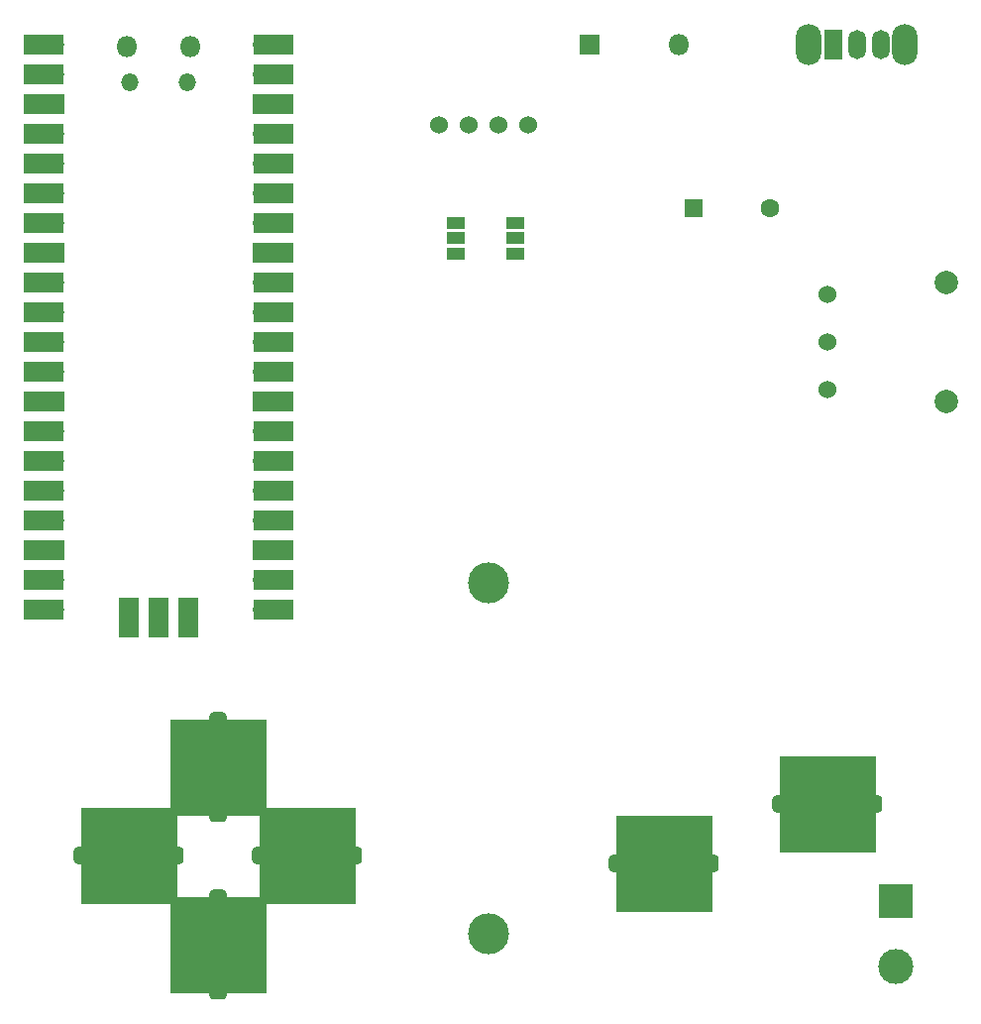
<source format=gts>
G04 #@! TF.GenerationSoftware,KiCad,Pcbnew,(6.0.2)*
G04 #@! TF.CreationDate,2022-06-07T21:46:18+01:00*
G04 #@! TF.ProjectId,Pico_Handheld,5069636f-5f48-4616-9e64-68656c642e6b,rev?*
G04 #@! TF.SameCoordinates,Original*
G04 #@! TF.FileFunction,Soldermask,Top*
G04 #@! TF.FilePolarity,Negative*
%FSLAX46Y46*%
G04 Gerber Fmt 4.6, Leading zero omitted, Abs format (unit mm)*
G04 Created by KiCad (PCBNEW (6.0.2)) date 2022-06-07 21:46:18*
%MOMM*%
%LPD*%
G01*
G04 APERTURE LIST*
G04 Aperture macros list*
%AMRoundRect*
0 Rectangle with rounded corners*
0 $1 Rounding radius*
0 $2 $3 $4 $5 $6 $7 $8 $9 X,Y pos of 4 corners*
0 Add a 4 corners polygon primitive as box body*
4,1,4,$2,$3,$4,$5,$6,$7,$8,$9,$2,$3,0*
0 Add four circle primitives for the rounded corners*
1,1,$1+$1,$2,$3*
1,1,$1+$1,$4,$5*
1,1,$1+$1,$6,$7*
1,1,$1+$1,$8,$9*
0 Add four rect primitives between the rounded corners*
20,1,$1+$1,$2,$3,$4,$5,0*
20,1,$1+$1,$4,$5,$6,$7,0*
20,1,$1+$1,$6,$7,$8,$9,0*
20,1,$1+$1,$8,$9,$2,$3,0*%
G04 Aperture macros list end*
%ADD10C,0.120000*%
%ADD11C,1.524000*%
%ADD12C,2.000000*%
%ADD13R,1.800000X1.800000*%
%ADD14O,1.800000X1.800000*%
%ADD15R,1.500000X1.000000*%
%ADD16RoundRect,0.381000X-0.381000X0.762000X-0.381000X-0.762000X0.381000X-0.762000X0.381000X0.762000X0*%
%ADD17R,1.600000X1.600000*%
%ADD18C,1.600000*%
%ADD19RoundRect,0.381000X-0.762000X-0.381000X0.762000X-0.381000X0.762000X0.381000X-0.762000X0.381000X0*%
%ADD20O,2.200000X3.500000*%
%ADD21R,1.500000X2.500000*%
%ADD22O,1.500000X2.500000*%
%ADD23O,1.500000X1.500000*%
%ADD24R,3.500000X1.700000*%
%ADD25O,1.700000X1.700000*%
%ADD26R,1.700000X1.700000*%
%ADD27R,1.700000X3.500000*%
%ADD28RoundRect,0.381000X0.381000X-0.762000X0.381000X0.762000X-0.381000X0.762000X-0.381000X-0.762000X0*%
%ADD29RoundRect,0.381000X0.762000X0.381000X-0.762000X0.381000X-0.762000X-0.381000X0.762000X-0.381000X0*%
%ADD30C,3.500000*%
%ADD31R,3.000000X3.000000*%
%ADD32C,3.000000*%
G04 APERTURE END LIST*
D10*
X134906000Y-124841000D02*
X126778000Y-124841000D01*
X126778000Y-124841000D02*
X126778000Y-132969000D01*
X126778000Y-132969000D02*
X134906000Y-132969000D01*
X134906000Y-132969000D02*
X134906000Y-124841000D01*
G36*
X134906000Y-124841000D02*
G01*
X126778000Y-124841000D01*
X126778000Y-132969000D01*
X134906000Y-132969000D01*
X134906000Y-124841000D01*
G37*
X164846000Y-117881000D02*
X172974000Y-117881000D01*
X172974000Y-117881000D02*
X172974000Y-126009000D01*
X172974000Y-126009000D02*
X164846000Y-126009000D01*
X164846000Y-126009000D02*
X164846000Y-117881000D01*
G36*
X164846000Y-117881000D02*
G01*
X172974000Y-117881000D01*
X172974000Y-126009000D01*
X164846000Y-126009000D01*
X164846000Y-117881000D01*
G37*
X134366000Y-117208000D02*
X142494000Y-117208000D01*
X142494000Y-117208000D02*
X142494000Y-125336000D01*
X142494000Y-125336000D02*
X134366000Y-125336000D01*
X134366000Y-125336000D02*
X134366000Y-117208000D01*
G36*
X134366000Y-117208000D02*
G01*
X142494000Y-117208000D01*
X142494000Y-125336000D01*
X134366000Y-125336000D01*
X134366000Y-117208000D01*
G37*
X178816000Y-112830000D02*
X186944000Y-112830000D01*
X186944000Y-112830000D02*
X186944000Y-120958000D01*
X186944000Y-120958000D02*
X178816000Y-120958000D01*
X178816000Y-120958000D02*
X178816000Y-112830000D01*
G36*
X178816000Y-112830000D02*
G01*
X186944000Y-112830000D01*
X186944000Y-120958000D01*
X178816000Y-120958000D01*
X178816000Y-112830000D01*
G37*
X126746000Y-117856000D02*
X134874000Y-117856000D01*
X134874000Y-117856000D02*
X134874000Y-109728000D01*
X134874000Y-109728000D02*
X126746000Y-109728000D01*
X126746000Y-109728000D02*
X126746000Y-117856000D01*
G36*
X126746000Y-117856000D02*
G01*
X134874000Y-117856000D01*
X134874000Y-109728000D01*
X126746000Y-109728000D01*
X126746000Y-117856000D01*
G37*
X127254000Y-125381000D02*
X119126000Y-125381000D01*
X119126000Y-125381000D02*
X119126000Y-117253000D01*
X119126000Y-117253000D02*
X127254000Y-117253000D01*
X127254000Y-117253000D02*
X127254000Y-125381000D01*
G36*
X127254000Y-125381000D02*
G01*
X119126000Y-125381000D01*
X119126000Y-117253000D01*
X127254000Y-117253000D01*
X127254000Y-125381000D01*
G37*
D11*
X182880000Y-73406000D03*
X182880000Y-77470000D03*
X182880000Y-81534000D03*
D12*
X193040000Y-72390000D03*
X193040000Y-82550000D03*
D13*
X162560000Y-52070000D03*
D14*
X170180000Y-52070000D03*
D15*
X151130000Y-67280000D03*
X151130000Y-68580000D03*
X151130000Y-69880000D03*
D16*
X130842000Y-125349000D03*
X130842000Y-132461000D03*
D17*
X171460000Y-66040000D03*
D18*
X177960000Y-66040000D03*
D19*
X165354000Y-121945000D03*
X172466000Y-121945000D03*
D20*
X181320000Y-52070000D03*
X189520000Y-52070000D03*
D21*
X183420000Y-52070000D03*
D22*
X185420000Y-52070000D03*
X187420000Y-52070000D03*
D14*
X128455000Y-52200000D03*
X123005000Y-52200000D03*
D23*
X128155000Y-55230000D03*
X123305000Y-55230000D03*
D24*
X115940000Y-52070000D03*
D25*
X116840000Y-52070000D03*
D24*
X115940000Y-54610000D03*
D25*
X116840000Y-54610000D03*
D26*
X116840000Y-57150000D03*
D24*
X115940000Y-57150000D03*
D25*
X116840000Y-59690000D03*
D24*
X115940000Y-59690000D03*
D25*
X116840000Y-62230000D03*
D24*
X115940000Y-62230000D03*
D25*
X116840000Y-64770000D03*
D24*
X115940000Y-64770000D03*
X115940000Y-67310000D03*
D25*
X116840000Y-67310000D03*
D26*
X116840000Y-69850000D03*
D24*
X115940000Y-69850000D03*
X115940000Y-72390000D03*
D25*
X116840000Y-72390000D03*
D24*
X115940000Y-74930000D03*
D25*
X116840000Y-74930000D03*
D24*
X115940000Y-77470000D03*
D25*
X116840000Y-77470000D03*
D24*
X115940000Y-80010000D03*
D25*
X116840000Y-80010000D03*
D24*
X115940000Y-82550000D03*
D26*
X116840000Y-82550000D03*
D24*
X115940000Y-85090000D03*
D25*
X116840000Y-85090000D03*
X116840000Y-87630000D03*
D24*
X115940000Y-87630000D03*
X115940000Y-90170000D03*
D25*
X116840000Y-90170000D03*
X116840000Y-92710000D03*
D24*
X115940000Y-92710000D03*
D26*
X116840000Y-95250000D03*
D24*
X115940000Y-95250000D03*
D25*
X116840000Y-97790000D03*
D24*
X115940000Y-97790000D03*
D25*
X116840000Y-100330000D03*
D24*
X115940000Y-100330000D03*
D25*
X134620000Y-100330000D03*
D24*
X135520000Y-100330000D03*
D25*
X134620000Y-97790000D03*
D24*
X135520000Y-97790000D03*
X135520000Y-95250000D03*
D26*
X134620000Y-95250000D03*
D24*
X135520000Y-92710000D03*
D25*
X134620000Y-92710000D03*
D24*
X135520000Y-90170000D03*
D25*
X134620000Y-90170000D03*
D24*
X135520000Y-87630000D03*
D25*
X134620000Y-87630000D03*
X134620000Y-85090000D03*
D24*
X135520000Y-85090000D03*
X135520000Y-82550000D03*
D26*
X134620000Y-82550000D03*
D24*
X135520000Y-80010000D03*
D25*
X134620000Y-80010000D03*
X134620000Y-77470000D03*
D24*
X135520000Y-77470000D03*
D25*
X134620000Y-74930000D03*
D24*
X135520000Y-74930000D03*
X135520000Y-72390000D03*
D25*
X134620000Y-72390000D03*
D24*
X135520000Y-69850000D03*
D26*
X134620000Y-69850000D03*
D24*
X135520000Y-67310000D03*
D25*
X134620000Y-67310000D03*
D24*
X135520000Y-64770000D03*
D25*
X134620000Y-64770000D03*
X134620000Y-62230000D03*
D24*
X135520000Y-62230000D03*
D25*
X134620000Y-59690000D03*
D24*
X135520000Y-59690000D03*
D26*
X134620000Y-57150000D03*
D24*
X135520000Y-57150000D03*
D25*
X134620000Y-54610000D03*
D24*
X135520000Y-54610000D03*
X135520000Y-52070000D03*
D25*
X134620000Y-52070000D03*
D27*
X123190000Y-101000000D03*
D25*
X123190000Y-100100000D03*
D27*
X125730000Y-101000000D03*
D26*
X125730000Y-100100000D03*
D25*
X128270000Y-100100000D03*
D27*
X128270000Y-101000000D03*
D19*
X134874000Y-121272000D03*
X141986000Y-121272000D03*
D11*
X149740000Y-58930000D03*
X152280000Y-58930000D03*
X154820000Y-58930000D03*
X157360000Y-58930000D03*
D19*
X179324000Y-116894000D03*
X186436000Y-116894000D03*
D28*
X130810000Y-117348000D03*
X130810000Y-110236000D03*
D15*
X156210000Y-67280000D03*
X156210000Y-68580000D03*
X156210000Y-69880000D03*
D29*
X126746000Y-121317000D03*
X119634000Y-121317000D03*
D30*
X153964000Y-128014000D03*
X153964000Y-98014000D03*
D31*
X188722000Y-125222000D03*
D32*
X188722000Y-130810000D03*
M02*

</source>
